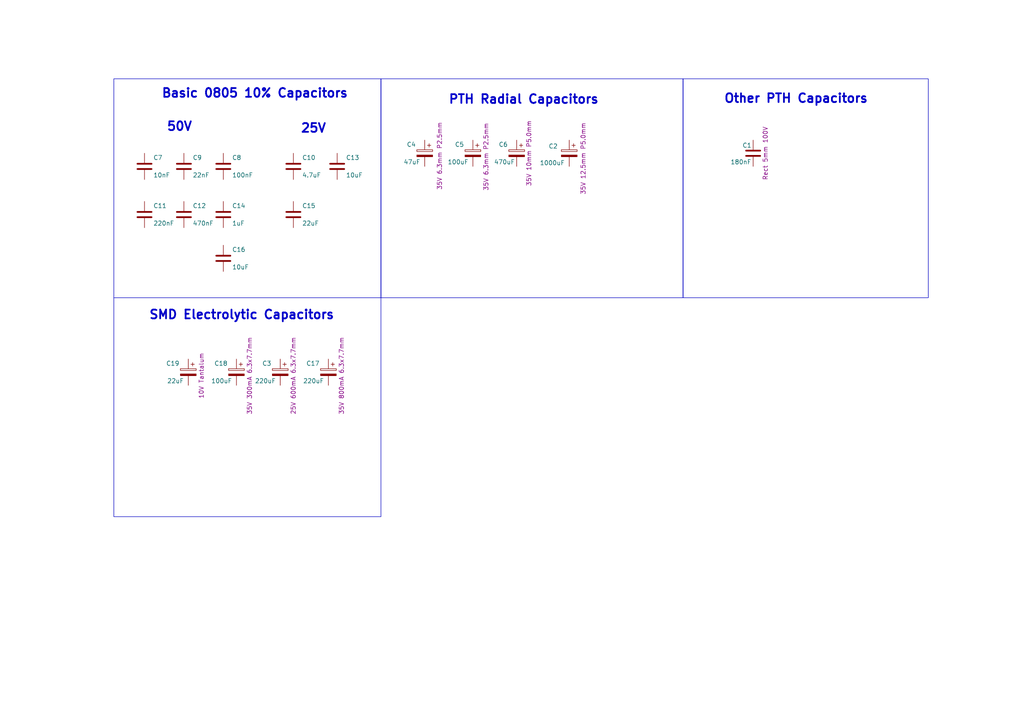
<source format=kicad_sch>
(kicad_sch (version 20231120) (generator "eeschema") (generator_version "8.0")
  (paper "A4")
  (lib_symbols
    (symbol "Device:C" (pin_numbers hide) (pin_names (offset 0.254))
      (property "Reference" "C" (at 0.635 2.54 0))
      (property "Value" "C" (at 0.635 -2.54 0))
      (symbol "C_0_1"
        (polyline (pts (xy -2.032 -0.762) (xy 2.032 -0.762)) (stroke (width 0.508)))
        (polyline (pts (xy -2.032 0.762) (xy 2.032 0.762)) (stroke (width 0.508)))
      )
      (symbol "C_1_1"
        (pin passive line (at 0 3.81 270) (length 2.794) (name "~") (number "1"))
        (pin passive line (at 0 -3.81 90) (length 2.794) (name "~") (number "2"))
      )
    )
    (symbol "Device:C_Polarized" (pin_numbers hide) (pin_names (offset 0.254))
      (property "Reference" "C" (at 0.635 2.54 0))
      (property "Value" "C_Polarized" (at 0.635 -2.54 0))
      (symbol "C_Polarized_0_1"
        (rectangle (start -2.286 0.508) (end 2.286 1.016))
        (polyline (pts (xy -1.778 2.286) (xy -0.762 2.286)))
        (polyline (pts (xy -1.27 2.794) (xy -1.27 1.778)))
        (rectangle (start 2.286 -0.508) (end -2.286 -1.016) (fill (type outline)))
      )
      (symbol "C_Polarized_1_1"
        (pin passive line (at 0 3.81 270) (length 2.794) (name "~") (number "1"))
        (pin passive line (at 0 -3.81 90) (length 2.794) (name "~") (number "2"))
      )
    )
  )
  (rectangle (start 33.02 22.86) (end 110.49 86.36))
  (rectangle (start 198.12 22.86) (end 269.24 86.36))
  (rectangle (start 110.49 22.86) (end 198.12 86.36))
  (rectangle (start 33.02 86.36) (end 110.49 149.86))
  (text "PTH Radial Capacitors" (at 151.892 28.956 0) (effects (font (size 2.54 2.54) (thickness 0.508) (bold yes))))
  (text "Basic 0805 10% Capacitors" (at 73.914 27.178 0) (effects (font (size 2.54 2.54) (thickness 0.508) (bold yes))))
  (text "Other PTH Capacitors" (at 230.886 28.702 0) (effects (font (size 2.54 2.54) (thickness 0.508) (bold yes))))
  (text "SMD Electrolytic Capacitors" (at 70.104 91.44 0) (effects (font (size 2.54 2.54) (thickness 0.508) (bold yes))))
  (text "25V" (at 90.932 37.338 0) (effects (font (size 2.54 2.54) (thickness 0.508) (bold yes))))
  (text "50V" (at 52.07 36.83 0) (effects (font (size 2.54 2.54) (thickness 0.508) (bold yes))))
  (symbol (lib_id "Device:C_Polarized") (at 95.25 107.95 0) (mirror y) (unit 1)
    (property "Reference" "C17" (at 92.71 105.41 0) (effects (justify left)))
    (property "Value" "220uF" (at 93.98 110.49 0) (effects (justify left)))
    (property "Footprint" "Capacitor_SMD:CP_Elec_6.3x7.7" (effects (hide yes)))
    (property "Datasheet" "https://www.lcsc.com/datasheet/lcsc_datasheet_2303231030_Honor-Elec-HG1V107M5509PC_C5438847.pdf" (effects (hide yes)))
    (property "Description" "-55℃~+105℃ 10.5mm 2000hrs@105℃ 220uF 35V 80mΩ@100kHz 850mA@100kHz 8mm ±20% SMD,D8xL10.5mm Aluminum Electrolytic Capacitors - SMD ROHS" (effects (hide yes)))
    (property "LCSC" "C2162971" (effects (hide yes)))
    (property "Manufacturer " "Rubycon" (effects (hide yes)))
    (property "Mfr. Part Number" "35TKV220M8X10.5" (effects (hide yes)))
    (property "Observations" "35V 800mA 6.3x7.7mm" (at 99.06 108.966 90))
  )
  (symbol (lib_id "Device:C") (at 64.77 62.23 0) (unit 1)
    (property "Reference" "C14" (at 67.31 59.69 0) (effects (justify left)))
    (property "Value" "1uF" (at 67.31 64.77 0) (effects (justify left)))
    (property "Footprint" "Capacitor_SMD:C_0805_2012Metric" (effects (hide yes)))
    (property "Datasheet" "https://www.lcsc.com/datasheet/lcsc_datasheet_2304140030_YAGEO-CC0805KRX7R9BB104_C49678.pdf" (effects (hide yes)))
    (property "Description" "1uF 50V X7R ±10% 0805 Multilayer Ceramic Capacitors MLCC - SMD/SMT ROHS" (effects (hide yes)))
    (property "LCSC" "C28323" (effects (hide yes)))
    (property "Manufacturer " "Samsung Electro-Mechanics" (effects (hide yes)))
    (property "Mfr. Part Number" "CL21B105KBFNNNE" (effects (hide yes)))
    (property "Observations" "Accepts other suppliers" (effects (hide yes)))
  )
  (symbol (lib_id "Device:C") (at 85.09 48.26 0) (unit 1)
    (property "Reference" "C10" (at 87.63 45.72 0) (effects (justify left)))
    (property "Value" "4.7uF" (at 87.63 50.8 0) (effects (justify left)))
    (property "Footprint" "Capacitor_SMD:C_0805_2012Metric" (effects (hide yes)))
    (property "Datasheet" "https://www.lcsc.com/datasheet/lcsc_datasheet_2304140030_YAGEO-CC0805KRX7R9BB104_C49678.pdf" (effects (hide yes)))
    (property "Description" "25V 4.7uF X5R ±10% 0805 Multilayer Ceramic Capacitors MLCC - SMD/SMT ROHS" (effects (hide yes)))
    (property "LCSC" "C1779" (effects (hide yes)))
    (property "Manufacturer " "Samsung Electro-Mechanics" (effects (hide yes)))
    (property "Mfr. Part Number" "CL21A475KAQNNNE" (effects (hide yes)))
    (property "Observations" "Accepts other suppliers" (effects (hide yes)))
  )
  (symbol (lib_id "Device:C") (at 53.34 48.26 0) (unit 1)
    (property "Reference" "C9" (at 55.88 45.72 0) (effects (justify left)))
    (property "Value" "22nF" (at 55.88 50.8 0) (effects (justify left)))
    (property "Footprint" "Capacitor_SMD:C_0805_2012Metric" (effects (hide yes)))
    (property "Datasheet" "https://www.lcsc.com/datasheet/C1729.pdf" (effects (hide yes)))
    (property "Description" "22nF 50V X7R ±10% 0805 Multilayer Ceramic Capacitors MLCC - SMD/SMT ROHS" (effects (hide yes)))
    (property "LCSC" "C1729" (effects (hide yes)))
    (property "Manufacturer " "Samsung Electro-Mechanics" (effects (hide yes)))
    (property "Mfr. Part Number" "CL21B223KBANNNC" (effects (hide yes)))
    (property "Observations" "Accepts other suppliers" (effects (hide yes)))
  )
  (symbol (lib_id "Device:C_Polarized") (at 137.16 44.45 0) (mirror y) (unit 1)
    (property "Reference" "C5" (at 134.62 41.91 0) (effects (justify left)))
    (property "Value" "100uF" (at 135.89 46.99 0) (effects (justify left)))
    (property "Footprint" "Capacitor_THT:CP_Radial_D6.3mm_P2.50mm" (effects (hide yes)))
    (property "Datasheet" "https://www.lcsc.com/datasheet/lcsc_datasheet_2303231030_Honor-Elec-HG1V107M5509PC_C5438847.pdf" (effects (hide yes)))
    (property "Description" "35V 100uF ±20% 38mΩ 2.15A Plugin,D5.5xL9mm Polymer Aluminum Capacitors ROHS" (effects (hide yes)))
    (property "LCSC" "C5438847" (effects (hide yes)))
    (property "Manufacturer " "Honor Elec" (effects (hide yes)))
    (property "Mfr. Part Number" "HG1V107M5509PC" (effects (hide yes)))
    (property "Observations" "35V 6.3mm P2.5mm" (at 140.97 45.466 90))
  )
  (symbol (lib_id "Device:C") (at 41.91 48.26 0) (unit 1)
    (property "Reference" "C7" (at 44.45 45.72 0) (effects (justify left)))
    (property "Value" "10nF" (at 44.45 50.8 0) (effects (justify left)))
    (property "Footprint" "Capacitor_SMD:C_0805_2012Metric" (effects (hide yes)))
    (property "Datasheet" "https://www.lcsc.com/datasheet/lcsc_datasheet_2304140030_YAGEO-CC0805KRX7R9BB104_C49678.pdf" (effects (hide yes)))
    (property "Description" "10nF 50V X7R ±10% 0805 Multilayer Ceramic Capacitors MLCC - SMD/SMT ROHS" (effects (hide yes)))
    (property "LCSC" "C1710" (effects (hide yes)))
    (property "Manufacturer " "Samsung Electro-Mechanics" (effects (hide yes)))
    (property "Mfr. Part Number" "CL21B103KBANNNC" (effects (hide yes)))
    (property "Observations" "Accepts other suppliers" (effects (hide yes)))
  )
  (symbol (lib_id "Device:C") (at 85.09 62.23 0) (unit 1)
    (property "Reference" "C15" (at 87.63 59.69 0) (effects (justify left)))
    (property "Value" "22uF" (at 87.63 64.77 0) (effects (justify left)))
    (property "Footprint" "Capacitor_SMD:C_0805_2012Metric" (effects (hide yes)))
    (property "Datasheet" "https://www.lcsc.com/datasheet/C15850.pdf" (effects (hide yes)))
    (property "Description" "10uF 25V X5R ±10% 0805 Multilayer Ceramic Capacitors MLCC - SMD/SMT ROHS" (effects (hide yes)))
    (property "LCSC" "C45783" (effects (hide yes)))
    (property "Manufacturer " "Samsung Electro-Mechanics" (effects (hide yes)))
    (property "Mfr. Part Number" "CL21A226MAQNNNE" (effects (hide yes)))
    (property "Observations" "Accepts other suppliers" (effects (hide yes)))
  )
  (symbol (lib_id "Device:C_Polarized") (at 123.19 44.45 0) (mirror y) (unit 1)
    (property "Reference" "C4" (at 120.65 41.91 0) (effects (justify left)))
    (property "Value" "47uF" (at 121.92 46.99 0) (effects (justify left)))
    (property "Footprint" "Capacitor_THT:CP_Radial_D6.3mm_P2.50mm" (effects (hide yes)))
    (property "Datasheet" "https://www.lcsc.com/datasheet/lcsc_datasheet_2304140030_AISHI-Aihua-Group-ERS1HM470E110T_C106665.pdf" (effects (hide yes)))
    (property "Description" "47uF 50V ±20% Plugin,D6.3xL11mm Aluminum Electrolytic Capacitors - Leaded ROHS" (effects (hide yes)))
    (property "LCSC" "C106665" (effects (hide yes)))
    (property "Manufacturer " "AISHI" (effects (hide yes)))
    (property "Mfr. Part Number" "ERS1HM470E110T" (effects (hide yes)))
    (property "Observations" "35V 6.3mm P2.5mm" (at 127.508 45.212 90))
  )
  (symbol (lib_id "Device:C") (at 97.79 48.26 0) (unit 1)
    (property "Reference" "C13" (at 100.33 45.72 0) (effects (justify left)))
    (property "Value" "10uF" (at 100.33 50.8 0) (effects (justify left)))
    (property "Footprint" "Capacitor_SMD:C_0805_2012Metric" (effects (hide yes)))
    (property "Datasheet" "https://www.lcsc.com/datasheet/C15850.pdf" (effects (hide yes)))
    (property "Description" "10uF 25V X5R ±10% 0805 Multilayer Ceramic Capacitors MLCC - SMD/SMT ROHS" (effects (hide yes)))
    (property "LCSC" "C15850" (effects (hide yes)))
    (property "Manufacturer " "Samsung Electro-Mechanics" (effects (hide yes)))
    (property "Mfr. Part Number" "CL21A106KAYNNNE" (effects (hide yes)))
    (property "Observations" "Accepts other suppliers" (effects (hide yes)))
  )
  (symbol (lib_id "Device:C") (at 53.34 62.23 0) (unit 1)
    (property "Reference" "C12" (at 55.88 59.69 0) (effects (justify left)))
    (property "Value" "470nF" (at 55.88 64.77 0) (effects (justify left)))
    (property "Footprint" "Capacitor_SMD:C_0805_2012Metric" (effects (hide yes)))
    (property "Datasheet" "https://www.lcsc.com/datasheet/lcsc_datasheet_2304140030_YAGEO-CC0805KRX7R9BB104_C49678.pdf" (effects (hide yes)))
    (property "Description" "470nF 50V X7R ±10% 0805 Multilayer Ceramic Capacitors MLCC - SMD/SMT ROHS" (effects (hide yes)))
    (property "LCSC" "C13967" (effects (hide yes)))
    (property "Manufacturer " "Samsung Electro-Mechanics" (effects (hide yes)))
    (property "Mfr. Part Number" "CL21B474KBFNNNE" (effects (hide yes)))
    (property "Observations" "Accepts other suppliers" (effects (hide yes)))
  )
  (symbol (lib_id "Device:C") (at 64.77 74.93 0) (unit 1)
    (property "Reference" "C16" (at 67.31 72.39 0) (effects (justify left)))
    (property "Value" "10uF" (at 67.31 77.47 0) (effects (justify left)))
    (property "Footprint" "Capacitor_SMD:C_0805_2012Metric" (effects (hide yes)))
    (property "Datasheet" "https://www.lcsc.com/datasheet/C15850.pdf" (effects (hide yes)))
    (property "Description" "10uF 50V X5R ±10% 0805 Multilayer Ceramic Capacitors MLCC - SMD/SMT ROHS" (effects (hide yes)))
    (property "LCSC" "C440198" (effects (hide yes)))
    (property "Manufacturer " "Murata Electronics" (effects (hide yes)))
    (property "Mfr. Part Number" "GRM21BR61H106KE43L" (effects (hide yes)))
    (property "Observations" "Accepts other suppliers" (effects (hide yes)))
  )
  (symbol (lib_id "Device:C") (at 41.91 62.23 0) (unit 1)
    (property "Reference" "C11" (at 44.45 59.69 0) (effects (justify left)))
    (property "Value" "220nF" (at 44.45 64.77 0) (effects (justify left)))
    (property "Footprint" "Capacitor_SMD:C_0805_2012Metric" (effects (hide yes)))
    (property "Datasheet" "https://www.lcsc.com/datasheet/lcsc_datasheet_2304140030_YAGEO-CC0805KRX7R9BB104_C49678.pdf" (effects (hide yes)))
    (property "Description" "220nF 50V X7R ±10% 0805 Multilayer Ceramic Capacitors MLCC - SMD/SMT ROHS" (effects (hide yes)))
    (property "LCSC" "C5378" (effects (hide yes)))
    (property "Manufacturer " "Samsung Electro-Mechanics" (effects (hide yes)))
    (property "Mfr. Part Number" "CL21B224KBFNNNE" (effects (hide yes)))
    (property "Observations" "Accepts other suppliers" (effects (hide yes)))
  )
  (symbol (lib_id "Device:C_Polarized") (at 54.61 107.95 0) (mirror y) (unit 1)
    (property "Reference" "C19" (at 52.07 105.41 0) (effects (justify left)))
    (property "Value" "22uF" (at 53.34 110.49 0) (effects (justify left)))
    (property "Footprint" "Capacitor_Tantalum_SMD:CP_EIA-3216-18_Kemet-A_Pad1.58x1.35mm_HandSolder" (effects (hide yes)))
    (property "Datasheet" "https://www.lcsc.com/datasheet/lcsc_datasheet_2303231030_Honor-Elec-HG1V107M5509PC_C5438847.pdf" (effects (hide yes)))
    (property "Description" "-55℃~+125℃ 10V 10Ω@100kHz 22uF ±10% CASE-A-3216-16(mm) Tantalum Capacitors ROHS" (effects (hide yes)))
    (property "LCSC" "C129272" (effects (hide yes)))
    (property "Manufacturer " "CEC(Shenzhen Zhenhua XinYun Elec)" (effects (hide yes)))
    (property "Mfr. Part Number" "CA45-A-10V-22uF-K" (effects (hide yes)))
    (property "Observations" "10V Tantalum" (at 58.42 108.966 90))
  )
  (symbol (lib_id "Device:C_Polarized") (at 68.58 107.95 0) (mirror y) (unit 1)
    (property "Reference" "C18" (at 66.04 105.41 0) (effects (justify left)))
    (property "Value" "100uF" (at 67.31 110.49 0) (effects (justify left)))
    (property "Footprint" "Capacitor_SMD:CP_Elec_6.3x7.7" (effects (hide yes)))
    (property "Datasheet" "https://www.lcsc.com/datasheet/lcsc_datasheet_2303231030_Honor-Elec-HG1V107M5509PC_C5438847.pdf" (effects (hide yes)))
    (property "Description" "-55℃~+105℃ 160mΩ 2000hrs@105℃ 220uF 25V 6.3mm 600mA 7.7mm ±20% SMD,D6.3xL7.7mm Aluminum Electrolytic Capacitors - SMD ROHS" (effects (hide yes)))
    (property "LCSC" "C88744" (effects (hide yes)))
    (property "Manufacturer " "Rubycon" (effects (hide yes)))
    (property "Mfr. Part Number" "35TZV100M6.3X8" (effects (hide yes)))
    (property "Observations" "35V 300mA 6.3x7.7mm" (at 72.39 108.966 90))
  )
  (symbol (lib_id "Device:C_Polarized") (at 81.28 107.95 0) (mirror y) (unit 1)
    (property "Reference" "C3" (at 78.74 105.41 0) (effects (justify left)))
    (property "Value" "220uF" (at 80.01 110.49 0) (effects (justify left)))
    (property "Footprint" "Capacitor_SMD:CP_Elec_6.3x7.7" (effects (hide yes)))
    (property "Datasheet" "https://www.lcsc.com/datasheet/lcsc_datasheet_2303231030_Honor-Elec-HG1V107M5509PC_C5438847.pdf" (effects (hide yes)))
    (property "Description" "-55℃~+105℃ 160mΩ 2000hrs@105℃ 220uF 25V 6.3mm 600mA 7.7mm ±20% SMD,D6.3xL7.7mm Aluminum Electrolytic Capacitors - SMD ROHS" (effects (hide yes)))
    (property "LCSC" "C25170691" (effects (hide yes)))
    (property "Manufacturer " " JARSON" (effects (hide yes)))
    (property "Mfr. Part Number" "RX1E221M0607" (effects (hide yes)))
    (property "Observations" "25V 600mA 6.3x7.7mm" (at 85.09 108.966 90))
  )
  (symbol (lib_id "Device:C") (at 64.77 48.26 0) (unit 1)
    (property "Reference" "C8" (at 67.31 45.72 0) (effects (justify left)))
    (property "Value" "100nF" (at 67.31 50.8 0) (effects (justify left)))
    (property "Footprint" "Capacitor_SMD:C_0805_2012Metric" (effects (hide yes)))
    (property "Datasheet" "https://www.lcsc.com/datasheet/lcsc_datasheet_2304140030_YAGEO-CC0805KRX7R9BB104_C49678.pdf" (effects (hide yes)))
    (property "Description" "50V 100nF X7R ±10% 0805 Multilayer Ceramic Capacitors MLCC - SMD/SMT ROHS" (effects (hide yes)))
    (property "LCSC" "C49678" (effects (hide yes)))
    (property "Manufacturer " "YAGEO" (effects (hide yes)))
    (property "Mfr. Part Number" "CC0805KRX7R9BB104" (effects (hide yes)))
    (property "Observations" "Accepts other suppliers" (effects (hide yes)))
  )
  (symbol (lib_id "Device:C") (at 218.44 44.45 0) (mirror x) (unit 1) (in_bom no)
    (property "Reference" "C1" (at 216.662 42.164 0))
    (property "Value" "180nF" (at 214.884 46.99 0))
    (property "Footprint" "Capacitor_THT:C_Rect_L10.0mm_W5.0mm_P5.00mm_P7.50mm" (effects (hide yes)))
    (property "Datasheet" "https://www.lcsc.com/datasheet/lcsc_datasheet_2201121530_Samsung-Electro-Mechanics-CL21A106KBYQNNE_C2932476.pdf" (effects (hide yes)))
    (property "Description" "180nF ±10% 100V Film Capacitor Metallized Polyester Through Hole P=5mm" (effects (hide yes)))
    (property "Manufacturer " "WEIDY" (effects (hide yes)))
    (property "Mfr. Part Number" "W222A184KD5L00A00A" (effects (hide yes)))
    (property "Observations" "Rect 5mm 100V" (at 221.996 44.45 90))
  )
  (symbol (lib_id "Device:C_Polarized") (at 149.86 44.45 0) (mirror y) (unit 1)
    (property "Reference" "C6" (at 147.32 41.91 0) (effects (justify left)))
    (property "Value" "470uF" (at 149.352 46.99 0) (effects (justify left)))
    (property "Footprint" "Capacitor_THT:CP_Radial_D10.0mm_P5.00mm" (effects (hide yes)))
    (property "Datasheet" "https://www.lcsc.com/product-detail/Aluminum-Electrolytic-Capacitors-Leaded_HRK-CD288477M1V0816VFL_C7499947.html" (effects (hide yes)))
    (property "Description" "470uF 35V Plugin,D8xL16mm Aluminum Electrolytic Capacitors - Leaded ROHS" (effects (hide yes)))
    (property "LCSC" "C7499947" (effects (hide yes)))
    (property "Manufacturer " "HRK" (effects (hide yes)))
    (property "Mfr. Part Number" "CD288477M1V0816VFL" (effects (hide yes)))
    (property "Observations" "35V 10mm P5.0mm" (at 153.416 44.45 90))
  )
  (symbol (lib_id "Device:C_Polarized") (at 165.1 44.45 0) (mirror y) (unit 1)
    (property "Reference" "C2" (at 161.798 42.418 0) (effects (justify left)))
    (property "Value" "1000uF" (at 163.83 47.244 0) (effects (justify left)))
    (property "Footprint" "Capacitor_THT:CP_Radial_D12.5mm_P5.00mm" (effects (hide yes)))
    (property "Datasheet" "https://lcsc.com/datasheet/lcsc_datasheet_2409272301_Rubycon-35YXJ1000M12-5X20_C88743.pdf" (effects (hide yes)))
    (property "Description" "1000uF 35V ±20% Plugin,D12.5xL20mm Aluminum Electrolytic Capacitors - Leaded ROHS" (effects (hide yes)))
    (property "LCSC" "C88743" (effects (hide yes)))
    (property "Manufacturer " "Rubycon" (effects (hide yes)))
    (property "Mfr. Part Number" "35YXJ1000M12.5X20" (effects (hide yes)))
    (property "Observations" "35V 12.5mm P5.0mm" (at 169.164 45.974 90))
  )
)
</source>
